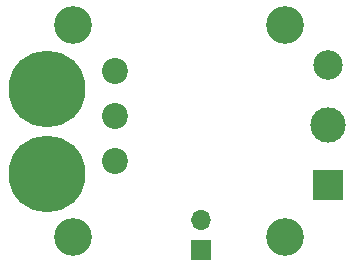
<source format=gbr>
%TF.GenerationSoftware,KiCad,Pcbnew,8.0.0*%
%TF.CreationDate,2024-08-24T05:38:51-07:00*%
%TF.ProjectId,aftbulkhead,61667462-756c-46b6-9865-61642e6b6963,rev?*%
%TF.SameCoordinates,Original*%
%TF.FileFunction,Soldermask,Bot*%
%TF.FilePolarity,Negative*%
%FSLAX46Y46*%
G04 Gerber Fmt 4.6, Leading zero omitted, Abs format (unit mm)*
G04 Created by KiCad (PCBNEW 8.0.0) date 2024-08-24 05:38:51*
%MOMM*%
%LPD*%
G01*
G04 APERTURE LIST*
%ADD10C,6.500000*%
%ADD11C,3.200000*%
%ADD12C,2.200000*%
%ADD13R,2.500000X2.500000*%
%ADD14C,3.000000*%
%ADD15C,2.500000*%
%ADD16R,1.700000X1.700000*%
%ADD17O,1.700000X1.700000*%
G04 APERTURE END LIST*
D10*
%TO.C,H8*%
X152501600Y-81483200D03*
%TD*%
%TO.C,H9*%
X152501600Y-88696800D03*
%TD*%
D11*
%TO.C,H7*%
X154686000Y-94081600D03*
%TD*%
%TO.C,H6*%
X172669200Y-94081600D03*
%TD*%
%TO.C,H5*%
X154686000Y-76098400D03*
%TD*%
%TO.C,H4*%
X172669200Y-76098400D03*
%TD*%
D12*
%TO.C,H3*%
X158242000Y-80010000D03*
%TD*%
%TO.C,H2*%
X158242000Y-83820000D03*
%TD*%
%TO.C,H1*%
X158242000Y-87630000D03*
%TD*%
D13*
%TO.C,SW1*%
X176326800Y-89662000D03*
D14*
X176326800Y-84582000D03*
D15*
X176326800Y-79502000D03*
%TD*%
D16*
%TO.C,J1*%
X165557200Y-95107600D03*
D17*
X165557200Y-92567600D03*
%TD*%
M02*

</source>
